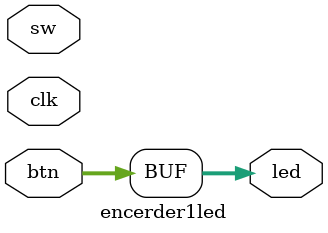
<source format=v>
`timescale 1ns / 1ps


module encerder1led(
    input clk,              //Entrada reloj
    input [3:0] sw,         //Entrada switches
    input [3:0] btn,        //Entrada botones
    output reg [3:0] led    //Salida Leds   
    );
    
    always @ (sw) 
        begin
            led[0] = btn[0];//sw[0];
            led[1] = btn[1];//sw[1];
            led[2] = btn[2];//sw[2];
            led[3] = btn[3];//sw[3];
        end
    
endmodule

</source>
